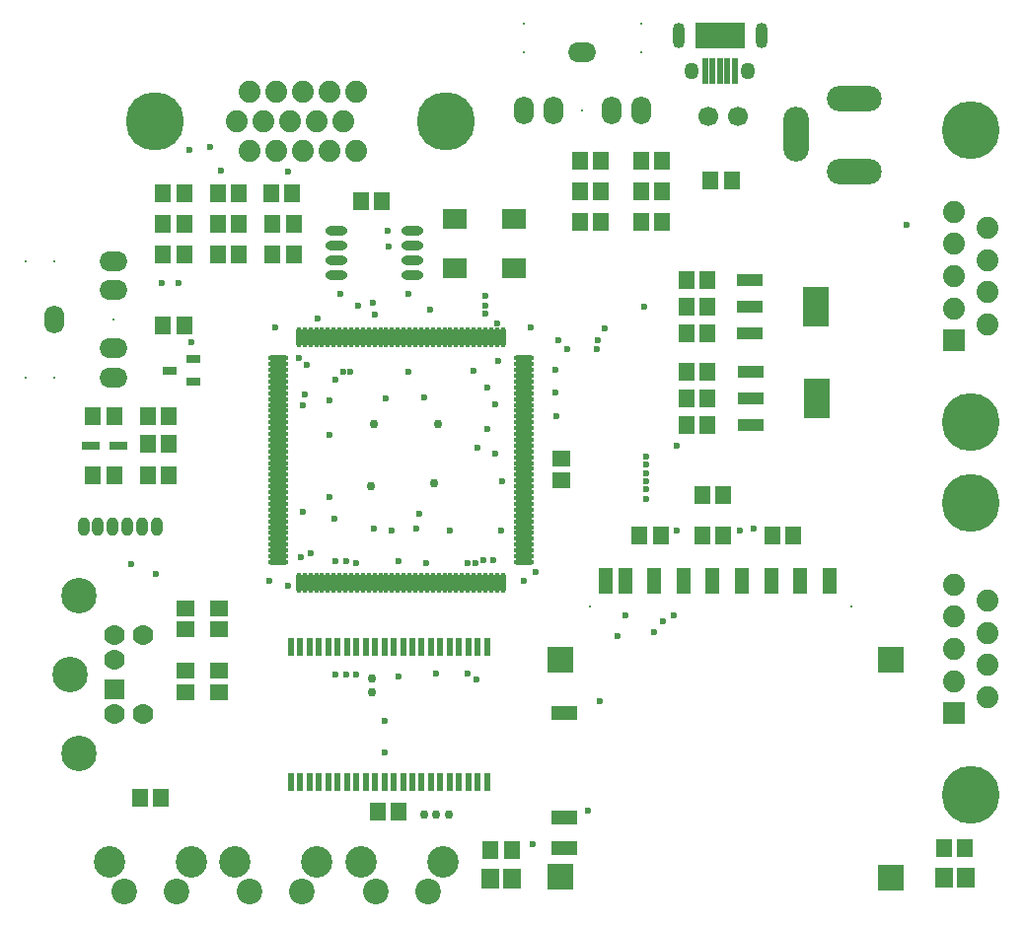
<source format=gts>
%FSLAX44Y44*%
%MOMM*%
G71*
G01*
G75*
G04 Layer_Color=8388736*
%ADD10R,0.4064X2.1082*%
%ADD11R,4.1000X2.1082*%
%ADD12R,1.2000X1.4000*%
%ADD13R,1.4500X0.5500*%
%ADD14R,1.3000X1.5000*%
%ADD15R,1.4000X1.2000*%
%ADD16O,0.2500X1.5500*%
%ADD17O,1.5500X0.2500*%
%ADD18R,0.4064X1.3208*%
%ADD19R,1.8000X1.6000*%
%ADD20R,2.0000X1.1000*%
%ADD21R,2.0000X2.0000*%
%ADD22R,1.1000X2.0000*%
%ADD23R,2.1000X3.2000*%
%ADD24R,2.1000X0.9000*%
%ADD25R,1.0000X0.6000*%
%ADD26O,1.7000X0.6000*%
%ADD27C,0.2000*%
%ADD28C,0.5000*%
%ADD29C,0.4000*%
%ADD30C,1.0000*%
%ADD31C,2.5000*%
%ADD32C,2.0000*%
%ADD33R,1.5748X1.5748*%
%ADD34C,1.5748*%
%ADD35C,2.8448*%
%ADD36O,1.5000X2.2000*%
%ADD37O,2.2000X1.5000*%
%ADD38O,0.8500X2.0000*%
%ADD39O,1.0500X1.2500*%
%ADD40R,1.6900X1.6900*%
%ADD41C,1.6900*%
%ADD42C,4.7600*%
%ADD43O,0.8000X1.4220*%
%ADD44C,1.5000*%
%ADD45O,2.0000X4.5000*%
%ADD46O,4.5000X2.0000*%
%ADD47C,4.8000*%
%ADD48C,0.4000*%
%ADD49C,0.5500*%
%ADD50C,0.2540*%
%ADD51C,0.6000*%
%ADD52C,0.2500*%
%ADD53C,0.2032*%
%ADD54C,0.1000*%
%ADD55C,0.0254*%
%ADD56C,0.1500*%
%ADD57C,0.1270*%
%ADD58R,9.1186X0.3810*%
%ADD59R,0.6350X0.6350*%
%ADD60R,0.6064X2.3082*%
%ADD61R,4.3000X2.3082*%
%ADD62R,1.4000X1.6000*%
%ADD63R,1.6500X0.7500*%
%ADD64R,1.5000X1.7000*%
%ADD65R,1.6000X1.4000*%
%ADD66O,0.4500X1.7500*%
%ADD67O,1.7500X0.4500*%
%ADD68R,0.6064X1.5208*%
%ADD69R,2.0000X1.8000*%
%ADD70R,2.2000X1.3000*%
%ADD71R,2.2000X2.2000*%
%ADD72R,1.3000X2.2000*%
%ADD73R,2.3000X3.4000*%
%ADD74R,2.3000X1.1000*%
%ADD75R,1.2000X0.8000*%
%ADD76O,1.9000X0.8000*%
%ADD77C,2.7000*%
%ADD78C,2.2000*%
%ADD79R,1.7748X1.7748*%
%ADD80C,1.7748*%
%ADD81C,3.0448*%
%ADD82C,0.2000*%
%ADD83O,1.7000X2.4000*%
%ADD84O,2.4000X1.7000*%
%ADD85O,1.0500X2.2000*%
%ADD86O,1.2500X1.4500*%
%ADD87R,1.8900X1.8900*%
%ADD88C,1.8900*%
%ADD89C,4.9600*%
%ADD90O,1.0000X1.6220*%
%ADD91C,1.7000*%
%ADD92O,2.2000X4.7000*%
%ADD93O,4.7000X2.2000*%
%ADD94C,5.0000*%
%ADD95C,0.6000*%
%ADD96C,0.7500*%
D60*
X4292300Y2368999D02*
D03*
X4298650D02*
D03*
X4305000D02*
D03*
X4311350D02*
D03*
X4317700D02*
D03*
D61*
X4305000Y2399480D02*
D03*
D62*
X4294000Y2167000D02*
D03*
X4276000D02*
D03*
X3767000Y2022000D02*
D03*
X3785000D02*
D03*
X4237000Y2266000D02*
D03*
X4255000D02*
D03*
X4185000D02*
D03*
X4203000D02*
D03*
X3832000Y2049000D02*
D03*
X3814000D02*
D03*
X4011000Y1733000D02*
D03*
X4029000D02*
D03*
X4015000Y2257000D02*
D03*
X3997000D02*
D03*
X4276000Y2144000D02*
D03*
X4294000D02*
D03*
X4276000Y2190000D02*
D03*
X4294000D02*
D03*
X4276000Y2065000D02*
D03*
X4294000D02*
D03*
X4276000Y2111000D02*
D03*
X4294000D02*
D03*
X4185000Y2292000D02*
D03*
X4203000D02*
D03*
X4237000D02*
D03*
X4255000D02*
D03*
X4294000Y2088000D02*
D03*
X4276000D02*
D03*
X4315000Y2275000D02*
D03*
X4297000D02*
D03*
X4515500Y1701586D02*
D03*
X4497500D02*
D03*
X4126254Y1700586D02*
D03*
X4108254D02*
D03*
X3814000Y2073000D02*
D03*
X3832000D02*
D03*
X4203000Y2240000D02*
D03*
X4185000D02*
D03*
X4255000D02*
D03*
X4237000D02*
D03*
X3807000Y1745000D02*
D03*
X3825000D02*
D03*
X3827000Y2151000D02*
D03*
X3845000D02*
D03*
X3814000Y2022000D02*
D03*
X3832000D02*
D03*
X3767000Y2073000D02*
D03*
X3785000D02*
D03*
X4290000Y1970000D02*
D03*
X4308000D02*
D03*
X4236000D02*
D03*
X4254000D02*
D03*
X4368000Y1970000D02*
D03*
X4350000D02*
D03*
X4290000Y2005000D02*
D03*
X4308000D02*
D03*
X3921000Y2212000D02*
D03*
X3939000D02*
D03*
X3892000Y2264000D02*
D03*
X3874000D02*
D03*
X3845000D02*
D03*
X3827000D02*
D03*
X3921000Y2238000D02*
D03*
X3939000D02*
D03*
X3892000Y2238000D02*
D03*
X3874000D02*
D03*
X3845000D02*
D03*
X3827000D02*
D03*
X3920000Y2264000D02*
D03*
X3938000D02*
D03*
X3892000Y2212000D02*
D03*
X3874000D02*
D03*
X3845000D02*
D03*
X3827000D02*
D03*
D63*
X3765250Y2047000D02*
D03*
X3788750D02*
D03*
D64*
X4516000Y1676586D02*
D03*
X4497000D02*
D03*
X4107754Y1675585D02*
D03*
X4126754D02*
D03*
D65*
X3875000Y1854000D02*
D03*
Y1836000D02*
D03*
X3846000Y1854000D02*
D03*
Y1836000D02*
D03*
X3875000Y1908000D02*
D03*
Y1890000D02*
D03*
X3846000Y1908000D02*
D03*
Y1890000D02*
D03*
X4169000Y2018000D02*
D03*
Y2036000D02*
D03*
D66*
X4118500Y1929750D02*
D03*
X4113500D02*
D03*
X4108500D02*
D03*
X4103500D02*
D03*
X4098500D02*
D03*
X4093500D02*
D03*
X4088500D02*
D03*
X4083500D02*
D03*
X4078500D02*
D03*
X4073500D02*
D03*
X4068500D02*
D03*
X4063500D02*
D03*
X4058500D02*
D03*
X4053500D02*
D03*
X4048500D02*
D03*
X4043500D02*
D03*
X4038500D02*
D03*
X4033500D02*
D03*
X4028499D02*
D03*
X4023500D02*
D03*
X4018499D02*
D03*
X4013500D02*
D03*
X4008500D02*
D03*
X4003500D02*
D03*
X3998500D02*
D03*
X3993500D02*
D03*
X3988500D02*
D03*
X3983500D02*
D03*
X3978500D02*
D03*
X3973500D02*
D03*
X3968500D02*
D03*
X3963500D02*
D03*
X3958500D02*
D03*
X3953500D02*
D03*
X3948500D02*
D03*
X3943500D02*
D03*
Y2140250D02*
D03*
X3948500D02*
D03*
X3953500D02*
D03*
X3958500D02*
D03*
X3963500D02*
D03*
X3968500D02*
D03*
X3973500D02*
D03*
X3978500D02*
D03*
X3983500D02*
D03*
X3988500D02*
D03*
X3993500D02*
D03*
X3998500D02*
D03*
X4003500D02*
D03*
X4008500D02*
D03*
X4013500D02*
D03*
X4018499D02*
D03*
X4023500D02*
D03*
X4028499D02*
D03*
X4033500D02*
D03*
X4038500D02*
D03*
X4043500D02*
D03*
X4048500D02*
D03*
X4053500D02*
D03*
X4058500D02*
D03*
X4063500D02*
D03*
X4068500D02*
D03*
X4073500D02*
D03*
X4078500D02*
D03*
X4083500D02*
D03*
X4088500D02*
D03*
X4093500D02*
D03*
X4098500D02*
D03*
X4103500D02*
D03*
X4108500D02*
D03*
X4113500D02*
D03*
X4118500D02*
D03*
D67*
X3925750Y1947500D02*
D03*
Y1952500D02*
D03*
Y1957500D02*
D03*
Y1962500D02*
D03*
Y1967500D02*
D03*
Y1972500D02*
D03*
Y1977500D02*
D03*
Y1982500D02*
D03*
Y1987500D02*
D03*
Y1992500D02*
D03*
Y1997500D02*
D03*
Y2002500D02*
D03*
Y2007500D02*
D03*
Y2012500D02*
D03*
Y2017500D02*
D03*
Y2022500D02*
D03*
Y2027500D02*
D03*
Y2032500D02*
D03*
Y2037500D02*
D03*
Y2042500D02*
D03*
Y2047500D02*
D03*
Y2052500D02*
D03*
Y2057500D02*
D03*
Y2062500D02*
D03*
Y2067500D02*
D03*
Y2072500D02*
D03*
Y2077500D02*
D03*
Y2082500D02*
D03*
Y2087500D02*
D03*
Y2092500D02*
D03*
Y2097500D02*
D03*
Y2102500D02*
D03*
Y2107500D02*
D03*
Y2112500D02*
D03*
Y2117500D02*
D03*
Y2122500D02*
D03*
X4136250D02*
D03*
Y2117500D02*
D03*
Y2112500D02*
D03*
Y2107500D02*
D03*
Y2102500D02*
D03*
Y2097500D02*
D03*
Y2092500D02*
D03*
Y2087500D02*
D03*
Y2082500D02*
D03*
Y2077500D02*
D03*
Y2072500D02*
D03*
Y2067500D02*
D03*
Y2062500D02*
D03*
Y2057500D02*
D03*
Y2052500D02*
D03*
Y2047500D02*
D03*
Y2042500D02*
D03*
Y2037500D02*
D03*
Y2032500D02*
D03*
Y2027500D02*
D03*
Y2022500D02*
D03*
Y2017500D02*
D03*
Y2012500D02*
D03*
Y2007500D02*
D03*
Y2002500D02*
D03*
Y1997500D02*
D03*
Y1992500D02*
D03*
Y1987500D02*
D03*
Y1982500D02*
D03*
Y1977500D02*
D03*
Y1972500D02*
D03*
Y1967500D02*
D03*
Y1962500D02*
D03*
Y1957500D02*
D03*
Y1952500D02*
D03*
Y1947500D02*
D03*
D68*
X4105000Y1758834D02*
D03*
X4097000D02*
D03*
X4089000D02*
D03*
X4081000D02*
D03*
X4073000D02*
D03*
X4065000D02*
D03*
X4057000D02*
D03*
X4049000D02*
D03*
X4041000D02*
D03*
X4033000D02*
D03*
X4025000D02*
D03*
X4016936D02*
D03*
X4008808D02*
D03*
X4000934D02*
D03*
X3992806D02*
D03*
X3984932D02*
D03*
X3976804D02*
D03*
X3968930D02*
D03*
X3960802D02*
D03*
X3952928D02*
D03*
X3944800D02*
D03*
X3936926D02*
D03*
Y1875000D02*
D03*
X3944800D02*
D03*
X3952928D02*
D03*
X3960802D02*
D03*
X3968930D02*
D03*
X3976804D02*
D03*
X3984932D02*
D03*
X3992806D02*
D03*
X4000934D02*
D03*
X4008808D02*
D03*
X4016936D02*
D03*
X4025000D02*
D03*
X4033000D02*
D03*
X4041000D02*
D03*
X4049000D02*
D03*
X4057000D02*
D03*
X4065000D02*
D03*
X4073000D02*
D03*
X4081000D02*
D03*
X4089000D02*
D03*
X4097000D02*
D03*
X4105000D02*
D03*
D69*
X4077200Y2242000D02*
D03*
Y2200000D02*
D03*
X4128000Y2242000D02*
D03*
Y2200000D02*
D03*
D70*
X4171750Y1702069D02*
D03*
Y1728069D02*
D03*
Y1817569D02*
D03*
D71*
X4452000Y1676569D02*
D03*
X4167750Y1677569D02*
D03*
X4452000Y1864069D02*
D03*
X4167750D02*
D03*
D72*
X4273750Y1931569D02*
D03*
X4298750D02*
D03*
X4323750D02*
D03*
X4348750D02*
D03*
X4373750D02*
D03*
X4398750D02*
D03*
X4248500D02*
D03*
X4224000D02*
D03*
X4207000D02*
D03*
D73*
X4388500Y2088000D02*
D03*
X4387500Y2167000D02*
D03*
D74*
X4331500Y2065000D02*
D03*
Y2088000D02*
D03*
Y2111000D02*
D03*
X4330500Y2190000D02*
D03*
Y2167000D02*
D03*
Y2144000D02*
D03*
D75*
X3853000Y2102500D02*
D03*
Y2121500D02*
D03*
X3833000Y2112000D02*
D03*
D76*
X3975500Y2232050D02*
D03*
Y2219350D02*
D03*
Y2206650D02*
D03*
Y2193950D02*
D03*
X4040640Y2232050D02*
D03*
Y2219350D02*
D03*
Y2206650D02*
D03*
Y2193950D02*
D03*
D77*
X3889000Y1690000D02*
D03*
X3959000D02*
D03*
X3997000D02*
D03*
X4067000D02*
D03*
X3851000D02*
D03*
X3781000D02*
D03*
D78*
X3901500Y1665000D02*
D03*
X3946500D02*
D03*
X4009500D02*
D03*
X4054500D02*
D03*
X3838500D02*
D03*
X3793500D02*
D03*
D79*
X3785090Y1838046D02*
D03*
D80*
Y1863954D02*
D03*
Y1817472D02*
D03*
Y1884528D02*
D03*
X3809982Y1817472D02*
D03*
Y1884528D02*
D03*
D81*
X3755118Y1783436D02*
D03*
X3746990Y1851000D02*
D03*
X3755118Y1918564D02*
D03*
D82*
X3784038Y2156000D02*
D03*
X3734000Y2106000D02*
D03*
X3709000D02*
D03*
Y2206038D02*
D03*
X3734000D02*
D03*
X4237038Y2385000D02*
D03*
Y2410000D02*
D03*
X4137000D02*
D03*
Y2385000D02*
D03*
X4187000Y2334962D02*
D03*
X4417750Y1909569D02*
D03*
X4193750D02*
D03*
D83*
X3734000Y2156000D02*
D03*
X4137000Y2334962D02*
D03*
X4162000D02*
D03*
X4212146D02*
D03*
X4237038D02*
D03*
D84*
X3784038Y2206038D02*
D03*
Y2181146D02*
D03*
Y2131000D02*
D03*
Y2106000D02*
D03*
X4187000Y2385000D02*
D03*
D85*
X4340560Y2399480D02*
D03*
X4269440D02*
D03*
D86*
X4329130Y2368999D02*
D03*
X4280870D02*
D03*
D87*
X4505800Y1817600D02*
D03*
X4505800Y2137600D02*
D03*
D88*
X4534200Y1831450D02*
D03*
X4505800Y1845300D02*
D03*
X4534200Y1859150D02*
D03*
X4505800Y1873000D02*
D03*
X4534200Y1886850D02*
D03*
X4505800Y1900700D02*
D03*
X4534200Y1914550D02*
D03*
X4505800Y1928400D02*
D03*
X4534200Y2151450D02*
D03*
X4505800Y2165300D02*
D03*
X4534200Y2179150D02*
D03*
X4505800Y2193000D02*
D03*
X4534200Y2206850D02*
D03*
X4505800Y2220700D02*
D03*
X4534200Y2234550D02*
D03*
X4505800Y2248400D02*
D03*
X3993102Y2351400D02*
D03*
X3970242D02*
D03*
X3947382D02*
D03*
X3924522D02*
D03*
X3901662D02*
D03*
X3981672Y2326000D02*
D03*
X3958812D02*
D03*
X3935952D02*
D03*
X3913092D02*
D03*
X3890232D02*
D03*
X3993102Y2300600D02*
D03*
X3970242D02*
D03*
X3947382D02*
D03*
X3924522D02*
D03*
X3901662D02*
D03*
D89*
X4520000Y1997950D02*
D03*
Y1748050D02*
D03*
X4520000Y2317950D02*
D03*
Y2068050D02*
D03*
D90*
X3758750Y1977572D02*
D03*
X3771250D02*
D03*
X3783750D02*
D03*
X3796350D02*
D03*
X3808796D02*
D03*
X3821496D02*
D03*
D91*
X4294600Y2330000D02*
D03*
X4320000D02*
D03*
D92*
X4370000Y2315000D02*
D03*
D93*
X4420000Y2345000D02*
D03*
Y2283000D02*
D03*
D94*
X4069810Y2326000D02*
D03*
X3819874D02*
D03*
D95*
X4147000Y1939000D02*
D03*
X4009000Y2160000D02*
D03*
X3960000Y2157000D02*
D03*
X4017000Y1784000D02*
D03*
Y1811000D02*
D03*
X4115000Y2120000D02*
D03*
X4224000Y1902000D02*
D03*
X3947000Y2082000D02*
D03*
X3970000Y2003000D02*
D03*
X3947000Y1991000D02*
D03*
X4192000Y1734000D02*
D03*
X4102000Y1949000D02*
D03*
X4095000Y1947000D02*
D03*
X4202000Y1828000D02*
D03*
X4110000Y1949000D02*
D03*
X3982000Y2111000D02*
D03*
X3851000Y2136000D02*
D03*
X4217000Y1884000D02*
D03*
X4137000Y1931000D02*
D03*
X4322000Y1975000D02*
D03*
X4144000Y1705000D02*
D03*
X4118000Y2017000D02*
D03*
X4268000Y2047000D02*
D03*
X4200000Y2138000D02*
D03*
X4166000D02*
D03*
X4056000Y2164000D02*
D03*
X4038000Y2178000D02*
D03*
X4268000Y1975000D02*
D03*
X4199000Y2130000D02*
D03*
X4174000D02*
D03*
X4242000Y2002000D02*
D03*
Y2010000D02*
D03*
Y2017000D02*
D03*
Y2024000D02*
D03*
Y2031000D02*
D03*
Y2038000D02*
D03*
X4165000Y2073000D02*
D03*
X4164000Y2093000D02*
D03*
Y2113000D02*
D03*
X4465000Y2237000D02*
D03*
X4143000Y2149000D02*
D03*
X4104000Y2161000D02*
D03*
Y2168000D02*
D03*
Y2176000D02*
D03*
X4113500Y2152500D02*
D03*
X4206000Y2148000D02*
D03*
X4240000Y2167000D02*
D03*
X4047000Y1989000D02*
D03*
X4112000Y2041000D02*
D03*
X4248000Y1887000D02*
D03*
X3974000Y1985000D02*
D03*
X3949000Y2091000D02*
D03*
X4256000Y1897000D02*
D03*
X3944000Y2123000D02*
D03*
X3950000Y2117000D02*
D03*
X4265000Y1902000D02*
D03*
X4019950Y2232050D02*
D03*
X4021000Y2218000D02*
D03*
X4007000Y2170000D02*
D03*
X3979000Y2178000D02*
D03*
X3994000Y2168000D02*
D03*
X3867000Y2304000D02*
D03*
X3840000Y2187000D02*
D03*
X3850000Y2301000D02*
D03*
X3826000Y2187000D02*
D03*
X3934000Y2283000D02*
D03*
X3877000Y2284000D02*
D03*
X3918000Y1931000D02*
D03*
X3821000Y1937000D02*
D03*
X3934000Y1927000D02*
D03*
X3800000Y1946000D02*
D03*
X3954000Y1955000D02*
D03*
X3945000Y1952000D02*
D03*
X3975000Y1851000D02*
D03*
Y1948000D02*
D03*
X3984000Y1851000D02*
D03*
Y1948000D02*
D03*
X3993000Y1851000D02*
D03*
Y1947000D02*
D03*
X4029000Y1849000D02*
D03*
Y1948000D02*
D03*
X4061000Y1852000D02*
D03*
X4053000Y1947000D02*
D03*
X4088000Y1852000D02*
D03*
X4088478Y1947000D02*
D03*
X4096000Y1847000D02*
D03*
X4334000Y1976000D02*
D03*
X4093500Y2111500D02*
D03*
X4038000Y2111000D02*
D03*
X3988000D02*
D03*
X3975000Y2104000D02*
D03*
X3970000Y2057000D02*
D03*
X4008000Y1976000D02*
D03*
X4023000Y1975000D02*
D03*
X4044000Y1976000D02*
D03*
X4073000Y1975000D02*
D03*
X4117000D02*
D03*
X4097000Y2046000D02*
D03*
X4105000Y2062000D02*
D03*
Y2097000D02*
D03*
X4112000Y2083000D02*
D03*
X3970000Y2086000D02*
D03*
X4018000Y2088000D02*
D03*
X4051000Y2089000D02*
D03*
X3923000Y2149000D02*
D03*
D96*
X4072000Y1731000D02*
D03*
X4061000D02*
D03*
X4051000D02*
D03*
X4006000Y1848000D02*
D03*
Y1836000D02*
D03*
X4008000Y2066000D02*
D03*
X4063000D02*
D03*
X4060000Y2015000D02*
D03*
X4005000Y2013000D02*
D03*
M02*

</source>
